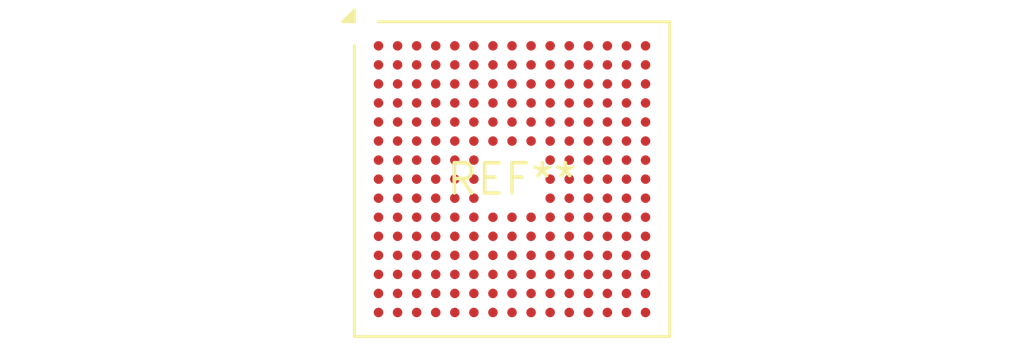
<source format=kicad_pcb>
(kicad_pcb (version 20240108) (generator pcbnew)
  (layers (0 "F.Cu" signal) (31 "B.Cu" signal) (34 "B.Paste" user) (35 "F.Paste" user) (36 "B.SilkS" user "B.Silkscreen") (37 "F.SilkS" user "F.Silkscreen") (38 "B.Mask" user) (39 "F.Mask" user) (44 "Edge.Cuts" user))
  (net 0 "")
  (footprint "TFBGA-216_13x13mm_Layout15x15_P0.8mm" (layer "F.Cu") (at 0 0)
    (property "Reference" "REF**")
    (property "Value" "TFBGA-216_13x13mm_Layout15x15_P0.8mm")
    (fp_line (start -6.61 6.61) (end -6.61 -5.61) (layer "F.SilkS") (stroke (width 0.12)))
    (fp_line (start -5.61 -6.61) (end 6.61 -6.61) (layer "F.SilkS") (stroke (width 0.12)))
    (fp_line (start 6.61 -6.61) (end 6.61 6.61) (layer "F.SilkS") (stroke (width 0.12)))
    (fp_line (start 6.61 6.61) (end -6.61 6.61) (layer "F.SilkS") (stroke (width 0.12)))
    (fp_poly (pts (xy -6.61 -6.61) (xy -7.11 -6.61) (xy -6.61 -7.11) (xy -6.61 -6.61)) (layer "F.SilkS") (stroke (width 0.12)) (fill solid))
    (pad "A1" smd circle (at -5.6 -5.6) (size 0.4 0.4) (property pad_prop_bga) (layers "F.Cu" "F.Paste" "F.Mask"))
    (pad "A2" smd circle (at -4.8 -5.6) (size 0.4 0.4) (property pad_prop_bga) (layers "F.Cu" "F.Paste" "F.Mask"))
    (pad "A3" smd circle (at -4 -5.6) (size 0.4 0.4) (property pad_prop_bga) (layers "F.Cu" "F.Paste" "F.Mask"))
    (pad "A4" smd circle (at -3.2 -5.6) (size 0.4 0.4) (property pad_prop_bga) (layers "F.Cu" "F.Paste" "F.Mask"))
    (pad "A5" smd circle (at -2.4 -5.6) (size 0.4 0.4) (property pad_prop_bga) (layers "F.Cu" "F.Paste" "F.Mask"))
    (pad "A6" smd circle (at -1.6 -5.6) (size 0.4 0.4) (property pad_prop_bga) (layers "F.Cu" "F.Paste" "F.Mask"))
    (pad "A7" smd circle (at -0.8 -5.6) (size 0.4 0.4) (property pad_prop_bga) (layers "F.Cu" "F.Paste" "F.Mask"))
    (pad "A8" smd circle (at 0 -5.6) (size 0.4 0.4) (property pad_prop_bga) (layers "F.Cu" "F.Paste" "F.Mask"))
    (pad "A9" smd circle (at 0.8 -5.6) (size 0.4 0.4) (property pad_prop_bga) (layers "F.Cu" "F.Paste" "F.Mask"))
    (pad "A10" smd circle (at 1.6 -5.6) (size 0.4 0.4) (property pad_prop_bga) (layers "F.Cu" "F.Paste" "F.Mask"))
    (pad "A11" smd circle (at 2.4 -5.6) (size 0.4 0.4) (property pad_prop_bga) (layers "F.Cu" "F.Paste" "F.Mask"))
    (pad "A12" smd circle (at 3.2 -5.6) (size 0.4 0.4) (property pad_prop_bga) (layers "F.Cu" "F.Paste" "F.Mask"))
    (pad "A13" smd circle (at 4 -5.6) (size 0.4 0.4) (property pad_prop_bga) (layers "F.Cu" "F.Paste" "F.Mask"))
    (pad "A14" smd circle (at 4.8 -5.6) (size 0.4 0.4) (property pad_prop_bga) (layers "F.Cu" "F.Paste" "F.Mask"))
    (pad "A15" smd circle (at 5.6 -5.6) (size 0.4 0.4) (property pad_prop_bga) (layers "F.Cu" "F.Paste" "F.Mask"))
    (pad "B1" smd circle (at -5.6 -4.8) (size 0.4 0.4) (property pad_prop_bga) (layers "F.Cu" "F.Paste" "F.Mask"))
    (pad "B2" smd circle (at -4.8 -4.8) (size 0.4 0.4) (property pad_prop_bga) (layers "F.Cu" "F.Paste" "F.Mask"))
    (pad "B3" smd circle (at -4 -4.8) (size 0.4 0.4) (property pad_prop_bga) (layers "F.Cu" "F.Paste" "F.Mask"))
    (pad "B4" smd circle (at -3.2 -4.8) (size 0.4 0.4) (property pad_prop_bga) (layers "F.Cu" "F.Paste" "F.Mask"))
    (pad "B5" smd circle (at -2.4 -4.8) (size 0.4 0.4) (property pad_prop_bga) (layers "F.Cu" "F.Paste" "F.Mask"))
    (pad "B6" smd circle (at -1.6 -4.8) (size 0.4 0.4) (property pad_prop_bga) (layers "F.Cu" "F.Paste" "F.Mask"))
    (pad "B7" smd circle (at -0.8 -4.8) (size 0.4 0.4) (property pad_prop_bga) (layers "F.Cu" "F.Paste" "F.Mask"))
    (pad "B8" smd circle (at 0 -4.8) (size 0.4 0.4) (property pad_prop_bga) (layers "F.Cu" "F.Paste" "F.Mask"))
    (pad "B9" smd circle (at 0.8 -4.8) (size 0.4 0.4) (property pad_prop_bga) (layers "F.Cu" "F.Paste" "F.Mask"))
    (pad "B10" smd circle (at 1.6 -4.8) (size 0.4 0.4) (property pad_prop_bga) (layers "F.Cu" "F.Paste" "F.Mask"))
    (pad "B11" smd circle (at 2.4 -4.8) (size 0.4 0.4) (property pad_prop_bga) (layers "F.Cu" "F.Paste" "F.Mask"))
    (pad "B12" smd circle (at 3.2 -4.8) (size 0.4 0.4) (property pad_prop_bga) (layers "F.Cu" "F.Paste" "F.Mask"))
    (pad "B13" smd circle (at 4 -4.8) (size 0.4 0.4) (property pad_prop_bga) (layers "F.Cu" "F.Paste" "F.Mask"))
    (pad "B14" smd circle (at 4.8 -4.8) (size 0.4 0.4) (property pad_prop_bga) (layers "F.Cu" "F.Paste" "F.Mask"))
    (pad "B15" smd circle (at 5.6 -4.8) (size 0.4 0.4) (property pad_prop_bga) (layers "F.Cu" "F.Paste" "F.Mask"))
    (pad "C1" smd circle (at -5.6 -4) (size 0.4 0.4) (property pad_prop_bga) (layers "F.Cu" "F.Paste" "F.Mask"))
    (pad "C2" smd circle (at -4.8 -4) (size 0.4 0.4) (property pad_prop_bga) (layers "F.Cu" "F.Paste" "F.Mask"))
    (pad "C3" smd circle (at -4 -4) (size 0.4 0.4) (property pad_prop_bga) (layers "F.Cu" "F.Paste" "F.Mask"))
    (pad "C4" smd circle (at -3.2 -4) (size 0.4 0.4) (property pad_prop_bga) (layers "F.Cu" "F.Paste" "F.Mask"))
    (pad "C5" smd circle (at -2.4 -4) (size 0.4 0.4) (property pad_prop_bga) (layers "F.Cu" "F.Paste" "F.Mask"))
    (pad "C6" smd circle (at -1.6 -4) (size 0.4 0.4) (property pad_prop_bga) (layers "F.Cu" "F.Paste" "F.Mask"))
    (pad "C7" smd circle (at -0.8 -4) (size 0.4 0.4) (property pad_prop_bga) (layers "F.Cu" "F.Paste" "F.Mask"))
    (pad "C8" smd circle (at 0 -4) (size 0.4 0.4) (property pad_prop_bga) (layers "F.Cu" "F.Paste" "F.Mask"))
    (pad "C9" smd circle (at 0.8 -4) (size 0.4 0.4) (property pad_prop_bga) (layers "F.Cu" "F.Paste" "F.Mask"))
    (pad "C10" smd circle (at 1.6 -4) (size 0.4 0.4) (property pad_prop_bga) (layers "F.Cu" "F.Paste" "F.Mask"))
    (pad "C11" smd circle (at 2.4 -4) (size 0.4 0.4) (property pad_prop_bga) (layers "F.Cu" "F.Paste" "F.Mask"))
    (pad "C12" smd circle (at 3.2 -4) (size 0.4 0.4) (property pad_prop_bga) (layers "F.Cu" "F.Paste" "F.Mask"))
    (pad "C13" smd circle (at 4 -4) (size 0.4 0.4) (property pad_prop_bga) (layers "F.Cu" "F.Paste" "F.Mask"))
    (pad "C14" smd circle (at 4.8 -4) (size 0.4 0.4) (property pad_prop_bga) (layers "F.Cu" "F.Paste" "F.Mask"))
    (pad "C15" smd circle (at 5.6 -4) (size 0.4 0.4) (property pad_prop_bga) (layers "F.Cu" "F.Paste" "F.Mask"))
    (pad "D1" smd circle (at -5.6 -3.2) (size 0.4 0.4) (property pad_prop_bga) (layers "F.Cu" "F.Paste" "F.Mask"))
    (pad "D2" smd circle (at -4.8 -3.2) (size 0.4 0.4) (property pad_prop_bga) (layers "F.Cu" "F.Paste" "F.Mask"))
    (pad "D3" smd circle (at -4 -3.2) (size 0.4 0.4) (property pad_prop_bga) (layers "F.Cu" "F.Paste" "F.Mask"))
    (pad "D4" smd circle (at -3.2 -3.2) (size 0.4 0.4) (property pad_prop_bga) (layers "F.Cu" "F.Paste" "F.Mask"))
    (pad "D5" smd circle (at -2.4 -3.2) (size 0.4 0.4) (property pad_prop_bga) (layers "F.Cu" "F.Paste" "F.Mask"))
    (pad "D6" smd circle (at -1.6 -3.2) (size 0.4 0.4) (property pad_prop_bga) (layers "F.Cu" "F.Paste" "F.Mask"))
    (pad "D7" smd circle (at -0.8 -3.2) (size 0.4 0.4) (property pad_prop_bga) (layers "F.Cu" "F.Paste" "F.Mask"))
    (pad "D8" smd circle (at 0 -3.2) (size 0.4 0.4) (property pad_prop_bga) (layers "F.Cu" "F.Paste" "F.Mask"))
    (pad "D9" smd circle (at 0.8 -3.2) (size 0.4 0.4) (property pad_prop_bga) (layers "F.Cu" "F.Paste" "F.Mask"))
    (pad "D10" smd circle (at 1.6 -3.2) (size 0.4 0.4) (property pad_prop_bga) (layers "F.Cu" "F.Paste" "F.Mask"))
    (pad "D11" smd circle (at 2.4 -3.2) (size 0.4 0.4) (property pad_prop_bga) (layers "F.Cu" "F.Paste" "F.Mask"))
    (pad "D12" smd circle (at 3.2 -3.2) (size 0.4 0.4) (property pad_prop_bga) (layers "F.Cu" "F.Paste" "F.Mask"))
    (pad "D13" smd circle (at 4 -3.2) (size 0.4 0.4) (property pad_prop_bga) (layers "F.Cu" "F.Paste" "F.Mask"))
    (pad "D14" smd circle (at 4.8 -3.2) (size 0.4 0.4) (property pad_prop_bga) (layers "F.Cu" "F.Paste" "F.Mask"))
    (pad "D15" smd circle (at 5.6 -3.2) (size 0.4 0.4) (property pad_prop_bga) (layers "F.Cu" "F.Paste" "F.Mask"))
    (pad "E1" smd circle (at -5.6 -2.4) (size 0.4 0.4) (property pad_prop_bga) (layers "F.Cu" "F.Paste" "F.Mask"))
    (pad "E2" smd circle (at -4.8 -2.4) (size 0.4 0.4) (property pad_prop_bga) (layers "F.Cu" "F.Paste" "F.Mask"))
    (pad "E3" smd circle (at -4 -2.4) (size 0.4 0.4) (property pad_prop_bga) (layers "F.Cu" "F.Paste" "F.Mask"))
    (pad "E4" smd circle (at -3.2 -2.4) (size 0.4 0.4) (property pad_prop_bga) (layers "F.Cu" "F.Paste" "F.Mask"))
    (pad "E5" smd circle (at -2.4 -2.4) (size 0.4 0.4) (property pad_prop_bga) (layers "F.Cu" "F.Paste" "F.Mask"))
    (pad "E6" smd circle (at -1.6 -2.4) (size 0.4 0.4) (property pad_prop_bga) (layers "F.Cu" "F.Paste" "F.Mask"))
    (pad "E7" smd circle (at -0.8 -2.4) (size 0.4 0.4) (property pad_prop_bga) (layers "F.Cu" "F.Paste" "F.Mask"))
    (pad "E8" smd circle (at 0 -2.4) (size 0.4 0.4) (property pad_prop_bga) (layers "F.Cu" "F.Paste" "F.Mask"))
    (pad "E9" smd circle (at 0.8 -2.4) (size 0.4 0.4) (property pad_prop_bga) (layers "F.Cu" "F.Paste" "F.Mask"))
    (pad "E10" smd circle (at 1.6 -2.4) (size 0.4 0.4) (property pad_prop_bga) (layers "F.Cu" "F.Paste" "F.Mask"))
    (pad "E11" smd circle (at 2.4 -2.4) (size 0.4 0.4) (property pad_prop_bga) (layers "F.Cu" "F.Paste" "F.Mask"))
    (pad "E12" smd circle (at 3.2 -2.4) (size 0.4 0.4) (property pad_prop_bga) (layers "F.Cu" "F.Paste" "F.Mask"))
    (pad "E13" smd circle (at 4 -2.4) (size 0.4 0.4) (property pad_prop_bga) (layers "F.Cu" "F.Paste" "F.Mask"))
    (pad "E14" smd circle (at 4.8 -2.4) (size 0.4 0.4) (property pad_prop_bga) (layers "F.Cu" "F.Paste" "F.Mask"))
    (pad "E15" smd circle (at 5.6 -2.4) (size 0.4 0.4) (property pad_prop_bga) (layers "F.Cu" "F.Paste" "F.Mask"))
    (pad "F1" smd circle (at -5.6 -1.6) (size 0.4 0.4) (property pad_prop_bga) (layers "F.Cu" "F.Paste" "F.Mask"))
    (pad "F2" smd circle (at -4.8 -1.6) (size 0.4 0.4) (property pad_prop_bga) (layers "F.Cu" "F.Paste" "F.Mask"))
    (pad "F3" smd circle (at -4 -1.6) (size 0.4 0.4) (property pad_prop_bga) (layers "F.Cu" "F.Paste" "F.Mask"))
    (pad "F4" smd circle (at -3.2 -1.6) (size 0.4 0.4) (property pad_prop_bga) (layers "F.Cu" "F.Paste" "F.Mask"))
    (pad "F5" smd circle (at -2.4 -1.6) (size 0.4 0.4) (property pad_prop_bga) (layers "F.Cu" "F.Paste" "F.Mask"))
    (pad "F6" smd circle (at -1.6 -1.6) (size 0.4 0.4) (property pad_prop_bga) (layers "F.Cu" "F.Paste" "F.Mask"))
    (pad "F7" smd circle (at -0.8 -1.6) (size 0.4 0.4) (property pad_prop_bga) (layers "F.Cu" "F.Paste" "F.Mask"))
    (pad "F8" smd circle (at 0 -1.6) (size 0.4 0.4) (property pad_prop_bga) (layers "F.Cu" "F.Paste" "F.Mask"))
    (pad "F9" smd circle (at 0.8 -1.6) (size 0.4 0.4) (property pad_prop_bga) (layers "F.Cu" "F.Paste" "F.Mask"))
    (pad "F10" smd circle (at 1.6 -1.6) (size 0.4 0.4) (property pad_prop_bga) (layers "F.Cu" "F.Paste" "F.Mask"))
    (pad "F11" smd circle (at 2.4 -1.6) (size 0.4 0.4) (property pad_prop_bga) (layers "F.Cu" "F.Paste" "F.Mask"))
    (pad "F12" smd circle (at 3.2 -1.6) (size 0.4 0.4) (property pad_prop_bga) (layers "F.Cu" "F.Paste" "F.Mask"))
    (pad "F13" smd circle (at 4 -1.6) (size 0.4 0.4) (property pad_prop_bga) (layers "F.Cu" "F.Paste" "F.Mask"))
    (pad "F14" smd circle (at 4.8 -1.6) (size 0.4 0.4) (property pad_prop_bga) (layers "F.Cu" "F.Paste" "F.Mask"))
    (pad "F15" smd circle (at 5.6 -1.6) (size 0.4 0.4) (property pad_prop_bga) (layers "F.Cu" "F.Paste" "F.Mask"))
    (pad "G1" smd circle (at -5.6 -0.8) (size 0.4 0.4) (property pad_prop_bga) (layers "F.Cu" "F.Paste" "F.Mask"))
    (pad "G2" smd circle (at -4.8 -0.8) (size 0.4 0.4) (property pad_prop_bga) (layers "F.Cu" "F.Paste" "F.Mask"))
    (pad "G3" smd circle (at -4 -0.8) (size 0.4 0.4) (property pad_prop_bga) (layers "F.Cu" "F.Paste" "F.Mask"))
    (pad "G4" smd circle (at -3.2 -0.8) (size 0.4 0.4) (property pad_prop_bga) (layers "F.Cu" "F.Paste" "F.Mask"))
    (pad "G5" smd circle (at -2.4 -0.8) (size 0.4 0.4) (property pad_prop_bga) (layers "F.Cu" "F.Paste" "F.Mask"))
    (pad "G6" smd circle (at -1.6 -0.8) (size 0.4 0.4) (property pad_prop_bga) (layers "F.Cu" "F.Paste" "F.Mask"))
    (pad "G10" smd circle (at 1.6 -0.8) (size 0.4 0.4) (property pad_prop_bga) (layers "F.Cu" "F.Paste" "F.Mask"))
    (pad "G11" smd circle (at 2.4 -0.8) (size 0.4 0.4) (property pad_prop_bga) (layers "F.Cu" "F.Paste" "F.Mask"))
    (pad "G12" smd circle (at 3.2 -0.8) (size 0.4 0.4) (property pad_prop_bga) (layers "F.Cu" "F.Paste" "F.Mask"))
    (pad "G13" smd circle (at 4 -0.8) (size 0.4 0.4) (property pad_prop_bga) (layers "F.Cu" "F.Paste" "F.Mask"))
    (pad "G14" smd circle (at 4.8 -0.8) (size 0.4 0.4) (property pad_prop_bga) (layers "F.Cu" "F.Paste" "F.Mask"))
    (pad "G15" smd circle (at 5.6 -0.8) (size 0.4 0.4) (property pad_prop_bga) (layers "F.Cu" "F.Paste" "F.Mask"))
    (pad "H1" smd circle (at -5.6 0) (size 0.4 0.4) (property pad_prop_bga) (layers "F.Cu" "F.Paste" "F.Mask"))
    (pad "H2" smd circle (at -4.8 0) (size 0.4 0.4) (property pad_prop_bga) (layers "F.Cu" "F.Paste" "F.Mask"))
    (pad "H3" smd circle (at -4 0) (size 0.4 0.4) (property pad_prop_bga) (layers "F.Cu" "F.Paste" "F.Mask"))
    (pad "H4" smd circle (at -3.2 0) (size 0.4 0.4) (property pad_prop_bga) (layers "F.Cu" "F.Paste" "F.Mask"))
    (pad "H5" smd circle (at -2.4 0) (size 0.4 0.4) (property pad_prop_bga) (layers "F.Cu" "F.Paste" "F.Mask"))
    (pad "H6" smd circle (at -1.6 0) (size 0.4 0.4) (property pad_prop_bga) (layers "F.Cu" "F.Paste" "F.Mask"))
    (pad "H10" smd circle (at 1.6 0) (size 0.4 0.4) (property pad_prop_bga) (layers "F.Cu" "F.Paste" "F.Mask"))
    (pad "H11" smd circle (at 2.4 0) (size 0.4 0.4) (property pad_prop_bga) (layers "F.Cu" "F.Paste" "F.Mask"))
    (pad "H12" smd circle (at 3.2 0) (size 0.4 0.4) (property pad_prop_bga) (layers "F.Cu" "F.Paste" "F.Mask"))
    (pad "H13" smd circle (at 4 0) (size 0.4 0.4) (property pad_prop_bga) (layers "F.Cu" "F.Paste" "F.Mask"))
    (pad "H14" smd circle (at 4.8 0) (size 0.4 0.4) (property pad_prop_bga) (layers "F.Cu" "F.Paste" "F.Mask"))
    (pad "H15" smd circle (at 5.6 0) (size 0.4 0.4) (property pad_prop_bga) (layers "F.Cu" "F.Paste" "F.Mask"))
    (pad "J1" smd circle (at -5.6 0.8) (size 0.4 0.4) (property pad_prop_bga) (layers "F.Cu" "F.Paste" "F.Mask"))
    (pad "J2" smd circle (at -4.8 0.8) (size 0.4 0.4) (property pad_prop_bga) (layers "F.Cu" "F.Paste" "F.Mask"))
    (pad "J3" smd circle (at -4 0.8) (size 0.4 0.4) (property pad_prop_bga) (layers "F.Cu" "F.Paste" "F.Mask"))
    (pad "J4" smd circle (at -3.2 0.8) (size 0.4 0.4) (property pad_prop_bga) (layers "F.Cu" "F.Paste" "F.Mask"))
    (pad "J5" smd circle (at -2.4 0.8) (size 0.4 0.4) (property pad_prop_bga) (layers "F.Cu" "F.Paste" "F.Mask"))
    (pad "J6" smd circle (at -1.6 0.8) (size 0.4 0.4) (property pad_prop_bga) (layers "F.Cu" "F.Paste" "F.Mask"))
    (pad "J10" smd circle (at 1.6 0.8) (size 0.4 0.4) (property pad_prop_bga) (layers "F.Cu" "F.Paste" "F.Mask"))
    (pad "J11" smd circle (at 2.4 0.8) (size 0.4 0.4) (property pad_prop_bga) (layers "F.Cu" "F.Paste" "F.Mask"))
    (pad "J12" smd circle (at 3.2 0.8) (size 0.4 0.4) (property pad_prop_bga) (layers "F.Cu" "F.Paste" "F.Mask"))
    (pad "J13" smd circle (at 4 0.8) (size 0.4 0.4) (property pad_prop_bga) (layers "F.Cu" "F.Paste" "F.Mask"))
    (pad "J14" smd circle (at 4.8 0.8) (size 0.4 0.4) (property pad_prop_bga) (layers "F.Cu" "F.Paste" "F.Mask"))
    (pad "J15" smd circle (at 5.6 0.8) (size 0.4 0.4) (property pad_prop_bga) (layers "F.Cu" "F.Paste" "F.Mask"))
    (pad "K1" smd circle (at -5.6 1.6) (size 0.4 0.4) (property pad_prop_bga) (layers "F.Cu" "F.Paste" "F.Mask"))
    (pad "K2" smd circle (at -4.8 1.6) (size 0.4 0.4) (property pad_prop_bga) (layers "F.Cu" "F.Paste" "F.Mask"))
    (pad "K3" smd circle (at -4 1.6) (size 0.4 0.4) (property pad_prop_bga) (layers "F.Cu" "F.Paste" "F.Mask"))
    (pad "K4" smd circle (at -3.2 1.6) (size 0.4 0.4) (property pad_prop_bga) (layers "F.Cu" "F.Paste" "F.Mask"))
    (pad "K5" smd circle (at -2.4 1.6) (size 0.4 0.4) (property pad_prop_bga) (layers "F.Cu" "F.Paste" "F.Mask"))
    (pad "K6" smd circle (at -1.6 1.6) (size 0.4 0.4) (property pad_prop_bga) (layers "F.Cu" "F.Paste" "F.Mask"))
    (pad "K7" smd circle (at -0.8 1.6) (size 0.4 0.4) (property pad_prop_bga) (layers "F.Cu" "F.Paste" "F.Mask"))
    (pad "K8" smd circle (at 0 1.6) (size 0.4 0.4) (property pad_prop_bga) (layers "F.Cu" "F.Paste" "F.Mask"))
    (pad "K9" smd circle (at 0.8 1.6) (size 0.4 0.4) (property pad_prop_bga) (layers "F.Cu" "F.Paste" "F.Mask"))
    (pad "K10" smd circle (at 1.6 1.6) (size 0.4 0.4) (property pad_prop_bga) (layers "F.Cu" "F.Paste" "F.Mask"))
    (pad "K11" smd circle (at 2.4 1.6) (size 0.4 0.4) (property pad_prop_bga) (layers "F.Cu" "F.Paste" "F.Mask"))
    (pad "K12" smd circle (at 3.2 1.6) (size 0.4 0.4) (property pad_prop_bga) (layers "F.Cu" "F.Paste" "F.Mask"))
    (pad "K13" smd circle (at 4 1.6) (size 0.4 0.4) (property pad_prop_bga) (layers "F.Cu" "F.Paste" "F.Mask"))
    (pad "K14" smd circle (at 4.8 1.6) (size 0.4 0.4) (property pad_prop_bga) (layers "F.Cu" "F.Paste" "F.Mask"))
    (pad "K15" smd circle (at 5.6 1.6) (size 0.4 0.4) (property pad_prop_bga) (layers "F.Cu" "F.Paste" "F.Mask"))
    (pad "L1" smd circle (at -5.6 2.4) (size 0.4 0.4) (property pad_prop_bga) (layers "F.Cu" "F.Paste" "F.Mask"))
    (pad "L2" smd circle (at -4.8 2.4) (size 0.4 0.4) (property pad_prop_bga) (layers "F.Cu" "F.Paste" "F.Mask"))
    (pad "L3" smd circle (at -4 2.4) (size 0.4 0.4) (property pad_prop_bga) (layers "F.Cu" "F.Paste" "F.Mask"))
    (pad "L4" smd circle (at -3.2 2.4) (size 0.4 0.4) (property pad_prop_bga) (layers "F.Cu" "F.Paste" "F.Mask"))
    (pad "L5" smd circle (at -2.4 2.4) (size 0.4 0.4) (property pad_prop_bga) (layers "F.Cu" "F.Paste" "F.Mask"))
    (pad "L6" smd circle (at -1.6 2.4) (size 0.4 0.4) (property pad_prop_bga) (layers "F.Cu" "F.Paste" "F.Mask"))
    (pad "L7" smd circle (at -0.8 2.4) (size 0.4 0.4) (property pad_prop_bga) (layers "F.Cu" "F.Paste" "F.Mask"))
    (pad "L8" smd circle (at 0 2.4) (size 0.4 0.4) (property pad_prop_bga) (layers "F.Cu" "F.Paste" "F.Mask"))
    (pad "L9" smd circle (at 0.8 2.4) (size 0.4 0.4) (property pad_prop_bga) (layers "F.Cu" "F.Paste" "F.Mask"))
    (pad "L10" smd circle (at 1.6 2.4) (size 0.4 0.4) (property pad_prop_bga) (layers "F.Cu" "F.Paste" "F.Mask"))
    (pad "L11" smd circle (at 2.4 2.4) (size 0.4 0.4) (property pad_prop_bga) (layers "F.Cu" "F.Paste" "F.Mask"))
    (pad "L12" smd circle (at 3.2 2.4) (size 0.4 0.4) (property pad_prop_bga) (layers "F.Cu" "F.Paste" "F.Mask"))
    (pad "L13" smd circle (at 4 2.4) (size 0.4 0.4) (property pad_prop_bga) (layers "F.Cu" "F.Paste" "F.Mask"))
    (pad "L14" smd circle (at 4.8 2.4) (size 0.4 0.4) (property pad_prop_bga) (layers "F.Cu" "F.Paste" "F.Mask"))
    (pad "L15" smd circle (at 5.6 2.4) (size 0.4 0.4) (property pad_prop_bga) (layers "F.Cu" "F.Paste" "F.Mask"))
    (pad "M1" smd circle (at -5.6 3.2) (size 0.4 0.4) (property pad_prop_bga) (layers "F.Cu" "F.Paste" "F.Mask"))
    (pad "M2" smd circle (at -4.8 3.2) (size 0.4 0.4) (property pad_prop_bga) (layers "F.Cu" "F.Paste" "F.Mask"))
    (pad "M3" smd circle (at -4 3.2) (size 0.4 0.4) (property pad_prop_bga) (layers "F.Cu" "F.Paste" "F.Mask"))
    (pad "M4" smd circle (at -3.2 3.2) (size 0.4 0.4) (property pad_prop_bga) (layers "F.Cu" "F.Paste" "F.Mask"))
    (pad "M5" smd circle (at -2.4 3.2) (size 0.4 0.4) (property pad_prop_bga) (layers "F.Cu" "F.Paste" "F.Mask"))
    (pad "M6" smd circle (at -1.6 3.2) (size 0.4 0.4) (property pad_prop_bga) (layers "F.Cu" "F.Paste" "F.Mask"))
    (pad "M7" smd circle (at -0.8 3.2) (size 0.4 0.4) (property pad_prop_bga) (layers "F.Cu" "F.Paste" "F.Mask"))
    (pad "M8" smd circle (at 0 3.2) (size 0.4 0.4) (property pad_prop_bga) (layers "F.Cu" "F.Paste" "F.Mask"))
    (pad "M9" smd circle (at 0.8 3.2) (size 0.4 0.4) (property pad_prop_bga) (layers "F.Cu" "F.Paste" "F.Mask"))
    (pad "M10" smd circle (at 1.6 3.2) (size 0.4 0.4) (property pad_prop_bga) (layers "F.Cu" "F.Paste" "F.Mask"))
    (pad "M11" smd circle (at 2.4 3.2) (size 0.4 0.4) (property pad_prop_bga) (layers "F.Cu" "F.Paste" "F.Mask"))
    (pad "M12" smd circle (at 3.2 3.2) (size 0.4 0.4) (property pad_prop_bga) (layers "F.Cu" "F.Paste" "F.Mask"))
    (pad "M13" smd circle (at 4 3.2) (size 0.4 0.4) (property pad_prop_bga) (layers "F.Cu" "F.Paste" "F.Mask"))
    (pad "M14" smd circle (at 4.8 3.2) (size 0.4 0.4) (property pad_prop_bga) (layers "F.Cu" "F.Paste" "F.Mask"))
    (pad "M15" smd circle (at 5.6 3.2) (size 0.4 0.4) (property pad_prop_bga) (layers "F.Cu" "F.Paste" "F.Mask"))
    (pad "N1" smd circle (at -5.6 4) (size 0.4 0.4) (property pad_prop_bga) (layers "F.Cu" "F.Paste" "F.Mask"))
    (pad "N2" smd circle (at -4.8 4) (size 0.4 0.4) (property pad_prop_bga) (layers "F.Cu" "F.Paste" "F.Mask"))
    (pad "N3" smd circle (at -4 4) (size 0.4 0.4) (property pad_prop_bga) (layers "F.Cu" "F.Paste" "F.Mask"))
    (pad "N4" smd circle (at -3.2 4) (size 0.4 0.4) (property pad_prop_bga) (layers "F.Cu" "F.Paste" "F.Mask"))
    (pad "N5" smd circle (at -2.4 4) (size 0.4 0.4) (property pad_prop_bga) (layers "F.Cu" "F.Paste" "F.Mask"))
    (pad "N6" smd circle (at -1.6 4) (size 0.4 0.4) (property pad_prop_bga) (layers "F.Cu" "F.Paste" "F.Mask"))
    (pad "N7" smd circle (at -0.8 4) (size 0.4 0.4) (property pad_prop_bga) (layers "F.Cu" "F.Paste" "F.Mask"))
    (pad "N8" smd circle (at 0 4) (size 0.4 0.4) (property pad_prop_bga) (layers "F.Cu" "F.Paste" "F.Mask"))
    (pad "N9" smd circle (at 0.8 4) (size 0.4 0.4) (property pad_prop_bga) (layers "F.Cu" "F.Paste" "F.Mask"))
    (pad "N10" smd circle (at 1.6 4) (size 0.4 0.4) (property pad_prop_bga) (layers "F.Cu" "F.Paste" "F.Mask"))
    (pad "N11" smd circle (at 2.4 4) (size 0.4 0.4) (property pad_prop_bga) (layers "F.Cu" "F.Paste" "F.Mask"))
    (pad "N12" smd circle (at 3.2 4) (size 0.4 0.4) (property pad_prop_bga) (layers "F.Cu" "F.Paste" "F.Mask"))
    (pad "N13" smd circle (at 4 4) (size 0.4 0.4) (property pad_prop_bga) (layers "F.Cu" "F.Paste" "F.Mask"))
    (pad "N14" smd circle (at 4.8 4) (size 0.4 0.4) (property pad_prop_bga) (layers "F.Cu" "F.Paste" "F.Mask"))
    (pad "N15" smd circle (at 5.6 4) (size 0.4 0.4) (property pad_prop_bga) (layers "F.Cu" "F.Paste" "F.Mask"))
    (pad "P1" smd circle (at -5.6 4.8) (size 0.4 0.4) (property pad_prop_bga) (layers "F.Cu" "F.Paste" "F.Mask"))
    (pad "P2" smd circle (at -4.8 4.8) (size 0.4 0.4) (property pad_prop_bga) (layers "F.Cu" "F.Paste" "F.Mask"))
    (pad "P3" smd circle (at -4 4.8) (size 0.4 0.4) (property pad_prop_bga) (layers "F.Cu" "F.Paste" "F.Mask"))
    (pad "P4" smd circle (at -3.2 4.8) (size 0.4 0.4) (property pad_prop_bga) (layers "F.Cu" "F.Paste" "F.Mask"))
    (pad "P5" smd circle (at -2.4 4.8) (size 0.4 0.4) (property pad_prop_bga) (layers "F.Cu" "F.Paste" "F.Mask"))
    (pad "P6" smd circle (at -1.6 4.8) (size 0.4 0.4) (property pad_prop_bga) (layers "F.Cu" "F.Paste" "F.Mask"))
    (pad "P7" smd circle (at -0.8 4.8) (size 0.4 0.4) (property pad_prop_bga) (layers "F.Cu" "F.Paste" "F.Mask"))
    (pad "P8" smd circle (at 0 4.8) (size 0.4 0.4) (property pad_prop_bga) (layers "F.Cu" "F.Paste" "F.Mask"))
    (pad "P9" smd circle (at 0.8 4.8) (size 0.4 0.4) (property pad_prop_bga) (layers "F.Cu" "F.Paste" "F.Mask"))
    (pad "P10" smd circle (at 1.6 4.8) (size 0.4 0.4) (property pad_prop_bga) (layers "F.Cu" "F.Paste" "F.Mask"))
    (pad "P11" smd circle (at 2.4 4.8) (size 0.4 0.4) (property pad_prop_bga) (layers "F.Cu" "F.Paste" "F.Mask"))
    (pad "P12" smd circle (at 3.2 4.8) (size 0.4 0.4) (property pad_prop_bga) (layers "F.Cu" "F.Paste" "F.Mask"))
    (pad "P13" smd circle (at 4 4.8) (size 0.4 0.4) (property pad_prop_bga) (layers "F.Cu" "F.Paste" "F.Mask"))
    (pad "P14" smd circle (at 4.8 4.8) (size 0.4 0.4) (property pad_prop_bga) (layers "F.Cu" "F.Paste" "F.Mask"))
    (pad "P15" smd circle (at 5.6 4.8) (size 0.4 0.4) (property pad_prop_bga) (layers "F.Cu" "F.Paste" "F.Mask"))
    (pad "R1" smd circle (at -5.6 5.6) (size 0.4 0.4) (property pad_prop_bga) (layers "F.Cu" "F.Paste" "F.Mask"))
    (pad "R2" smd circle (at -4.8 5.6) (size 0.4 0.4) (property pad_prop_bga) (layers "F.Cu" "F.Paste" "F.Mask"))
    (pad "R3" smd circle (at -4 5.6) (size 0.4 0.4) (property pad_prop_bga) (layers "F.Cu" "F.Paste" "F.Mask"))
    (pad "R4" smd circle (at -3.2 5.6) (size 0.4 0.4) (property pad_prop_bga) (layers "F.Cu" "F.Paste" "F.Mask"))
    (pad "R5" smd circle (at -2.4 5.6) (size 0.4 0.4) (property pad_prop_bga) (layers "F.Cu" "F.Paste" "F.Mask"))
    (pad "R6" smd circle (at -1.6 5.6) (size 0.4 0.4) (property pad_prop_bga) (layers "F.Cu" "F.Paste" "F.Mask"))
    (pad "R7" smd circle (at -0.8 5.6) (size 0.4 0.4) (property pad_prop_bga) (layers "F.Cu" "F.Paste" "F.Mask"))
    (pad "R8" smd circle (at 0 5.6) (size 0.4 0.4) (property pad_prop_bga) (layers "F.Cu" "F.Paste" "F.Mask"))
    (pad "R9" smd circle (at 0.8 5.6) (size 0.4 0.4) (property pad_prop_bga) (layers "F.Cu" "F.Paste" "F.Mask"))
    (pad "R10" smd circle (at 1.6 5.6) (size 0.4 0.4) (property pad_prop_bga) (layers "F.Cu" "F.Paste" "F.Mask"))
    (pad "R11" smd circle (at 2.4 5.6) (size 0.4 0.4) (property pad_prop_bga) (layers "F.Cu" "F.Paste" "F.Mask"))
    (pad "R12" smd circle (at 3.2 5.6) (size 0.4 0.4) (property pad_prop_bga) (layers "F.Cu" "F.Paste" "F.Mask"))
    (pad "R13" smd circle (at 4 5.6) (size 0.4 0.4) (property pad_prop_bga) (layers "F.Cu" "F.Paste" "F.Mask"))
    (pad "R14" smd circle (at 4.8 5.6) (size 0.4 0.4) (property pad_prop_bga) (layers "F.Cu" "F.Paste" "F.Mask"))
    (pad "R15" smd circle (at 5.6 5.6) (size 0.4 0.4) (property pad_prop_bga) (layers "F.Cu" "F.Paste" "F.Mask"))
  )
)
</source>
